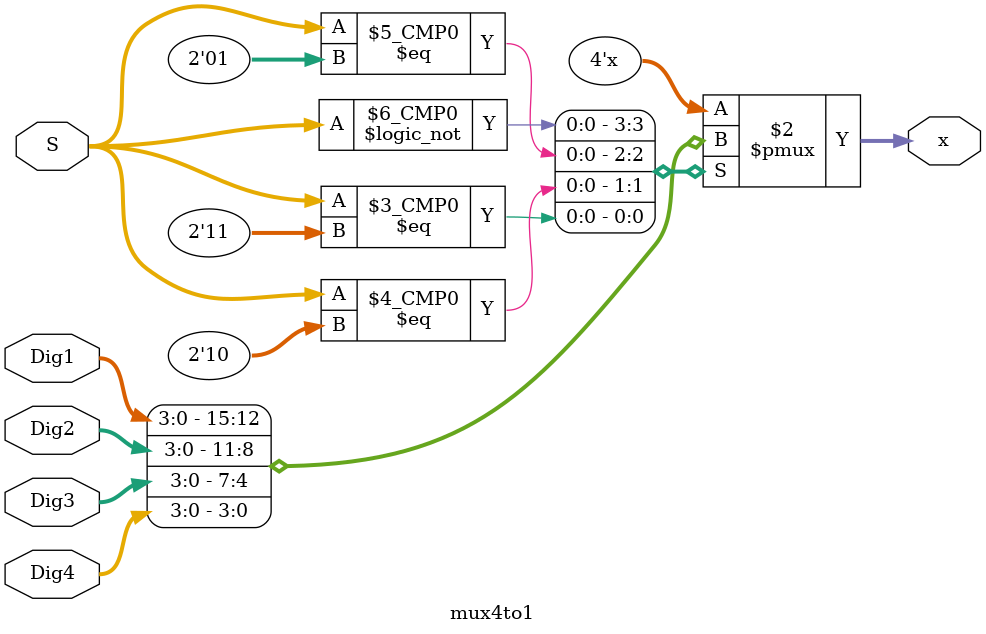
<source format=v>
`timescale 1ns / 1ps


module mux4to1(
input [1:0] S,
    input [3:0]Dig1,
    input [3:0]Dig2,
    input [3:0]Dig3,
    input [3:0]Dig4,
    output reg [3:0] x
    );
    always @(*) begin 
    case(S) 
        2'b00: x=Dig1; 
        2'b01: x=Dig2;
        2'b10: x=Dig3;
        2'b11: x=Dig4; 
        default: x=4'b1111; 
    endcase
    end
    
    
endmodule

</source>
